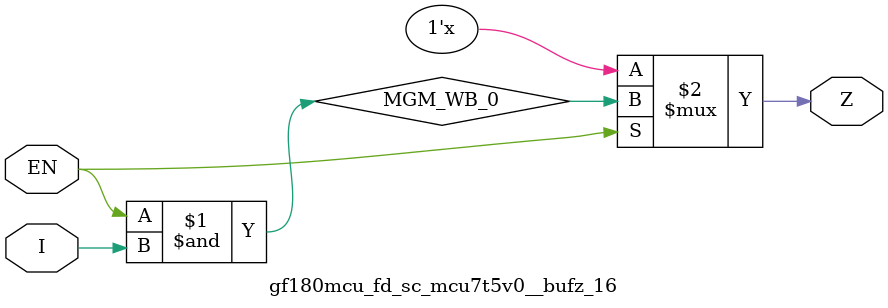
<source format=v>

module gf180mcu_fd_sc_mcu7t5v0__bufz_16( EN, I, Z );
input EN, I;
output Z;

	wire MGM_WB_0;

	wire MGM_WB_1;

	and MGM_BG_0( MGM_WB_0, EN, I );

	not MGM_BG_1( MGM_WB_1, EN );

	bufif0 MGM_BG_2( Z, MGM_WB_0,MGM_WB_1 );

endmodule

</source>
